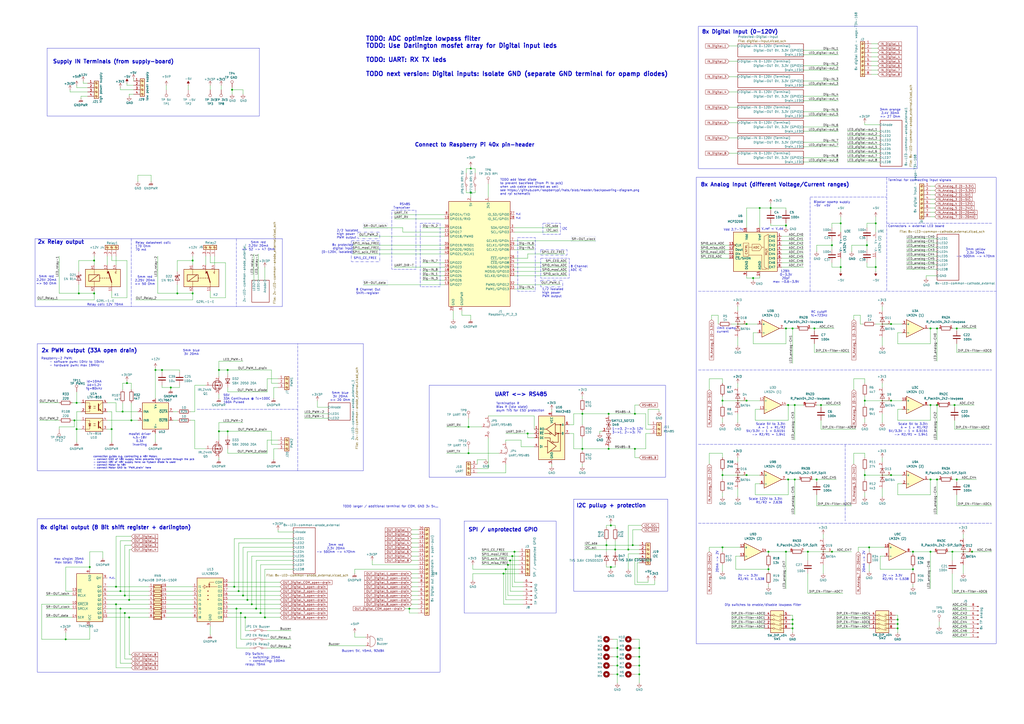
<source format=kicad_sch>
(kicad_sch
	(version 20231120)
	(generator "eeschema")
	(generator_version "8.0")
	(uuid "af4d11a6-73e1-4c39-a25e-5fe7dfa07237")
	(paper "A2")
	
	(junction
		(at 140.97 345.44)
		(diameter 0)
		(color 0 0 0 0)
		(uuid "01a8e618-7e14-4882-9136-a12536116a47")
	)
	(junction
		(at 237.49 353.06)
		(diameter 0)
		(color 0 0 0 0)
		(uuid "01c225b5-cd2c-42cd-9a9e-dd1eb69e7a46")
	)
	(junction
		(at 294.64 327.66)
		(diameter 0)
		(color 0 0 0 0)
		(uuid "05305efd-1dbd-4d1b-9814-028567a7094e")
	)
	(junction
		(at 137.16 353.06)
		(diameter 0)
		(color 0 0 0 0)
		(uuid "05eca1c0-0042-44d8-82a8-b1f48175c33d")
	)
	(junction
		(at 368.3 260.35)
		(diameter 0)
		(color 0 0 0 0)
		(uuid "06f335d7-63de-4572-a20a-022b6c7f93c9")
	)
	(junction
		(at 364.49 318.77)
		(diameter 0)
		(color 0 0 0 0)
		(uuid "072c8fc6-89d0-4715-8ea4-dd9134761f17")
	)
	(junction
		(at 351.79 316.23)
		(diameter 0)
		(color 0 0 0 0)
		(uuid "07823899-5798-4592-8eff-8b1fe5858f30")
	)
	(junction
		(at 358.14 381)
		(diameter 0)
		(color 0 0 0 0)
		(uuid "08257806-6a62-48e1-afe8-11841934bc89")
	)
	(junction
		(at 71.12 238.76)
		(diameter 0)
		(color 0 0 0 0)
		(uuid "0eedc99b-ff42-4961-8286-6066dee5c8fe")
	)
	(junction
		(at 508 129.54)
		(diameter 0)
		(color 0 0 0 0)
		(uuid "0f3fa599-affa-44c6-8b85-24ce12db14ea")
	)
	(junction
		(at 67.31 340.36)
		(diameter 0)
		(color 0 0 0 0)
		(uuid "10026633-9ac7-4b72-aa53-10151f42da81")
	)
	(junction
		(at 64.77 248.92)
		(diameter 0)
		(color 0 0 0 0)
		(uuid "11580b8b-6675-41d3-b33d-e1ed958eda93")
	)
	(junction
		(at 153.67 358.14)
		(diameter 0)
		(color 0 0 0 0)
		(uuid "119c3b35-4b9f-4318-9220-02559deba15e")
	)
	(junction
		(at 73.66 222.25)
		(diameter 0)
		(color 0 0 0 0)
		(uuid "14ee932b-b4bf-415b-ab21-01e0b930417b")
	)
	(junction
		(at 516.89 232.41)
		(diameter 0)
		(color 0 0 0 0)
		(uuid "14fcd33f-6a27-4b5c-bd8a-16602ae94ce3")
	)
	(junction
		(at 353.06 240.03)
		(diameter 0)
		(color 0 0 0 0)
		(uuid "1827b75e-5515-4844-a399-117e6918fd73")
	)
	(junction
		(at 354.33 328.93)
		(diameter 0)
		(color 0 0 0 0)
		(uuid "1c476741-4a7f-44e7-a84a-5b0fc50d1df8")
	)
	(junction
		(at 487.68 154.94)
		(diameter 0)
		(color 0 0 0 0)
		(uuid "1f83392c-f6f4-4c47-92c7-6541609902a5")
	)
	(junction
		(at 508 154.94)
		(diameter 0)
		(color 0 0 0 0)
		(uuid "1ff1815a-ddb0-4907-bed1-18b8fe5665e3")
	)
	(junction
		(at 461.01 234.95)
		(diameter 0)
		(color 0 0 0 0)
		(uuid "209182a8-b4b9-40cd-b5b2-bd90b860e927")
	)
	(junction
		(at 54.61 151.13)
		(diameter 0)
		(color 0 0 0 0)
		(uuid "213f96fc-26d9-4cf1-83bd-f4336ef00b81")
	)
	(junction
		(at 102.87 170.18)
		(diameter 0)
		(color 0 0 0 0)
		(uuid "236f3f4e-76e9-4351-baf1-7665cdb427aa")
	)
	(junction
		(at 146.05 350.52)
		(diameter 0)
		(color 0 0 0 0)
		(uuid "24719f92-8210-4aa7-b4fb-885fcf560860")
	)
	(junction
		(at 127 214.63)
		(diameter 0)
		(color 0 0 0 0)
		(uuid "2a544a35-89e9-4403-a76e-deca404b0df4")
	)
	(junction
		(at 337.82 240.03)
		(diameter 0)
		(color 0 0 0 0)
		(uuid "2d47b40e-d23f-458b-8bda-f40f4a63d16c")
	)
	(junction
		(at 461.01 278.13)
		(diameter 0)
		(color 0 0 0 0)
		(uuid "2ec783c1-8b84-46a4-83e0-9e6bdd9d83e1")
	)
	(junction
		(at 419.1 275.59)
		(diameter 0)
		(color 0 0 0 0)
		(uuid "2f3e2706-66a2-4ddc-84d7-d0f87e408bee")
	)
	(junction
		(at 358.14 391.16)
		(diameter 0)
		(color 0 0 0 0)
		(uuid "30eb7102-40a1-423f-af53-d597c277def6")
	)
	(junction
		(at 433.07 187.96)
		(diameter 0)
		(color 0 0 0 0)
		(uuid "322a1d28-d972-4b68-a81b-9e541f249074")
	)
	(junction
		(at 539.75 234.95)
		(diameter 0)
		(color 0 0 0 0)
		(uuid "3ae78f7f-94a6-4485-a6b5-d7ce73e1abef")
	)
	(junction
		(at 516.89 187.96)
		(diameter 0)
		(color 0 0 0 0)
		(uuid "3b4b0fd5-c991-4a1b-b89c-c6b2bfe001ca")
	)
	(junction
		(at 44.45 233.68)
		(diameter 0)
		(color 0 0 0 0)
		(uuid "3c610d6d-cd11-4e18-9d10-ffa22d04497a")
	)
	(junction
		(at 52.07 328.93)
		(diameter 0)
		(color 0 0 0 0)
		(uuid "3c754c5e-b249-46c4-9d05-9f550316aca5")
	)
	(junction
		(at 273.05 111.76)
		(diameter 0)
		(color 0 0 0 0)
		(uuid "401df33a-bfc8-4102-a832-13b9d72f27f9")
	)
	(junction
		(at 447.04 120.65)
		(diameter 0)
		(color 0 0 0 0)
		(uuid "42f8f2a2-d4f1-4f85-a7f3-af76fd15f334")
	)
	(junction
		(at 539.75 190.5)
		(diameter 0)
		(color 0 0 0 0)
		(uuid "4c28afa4-cb18-4457-bfd3-5c53dabd8baa")
	)
	(junction
		(at 67.31 350.52)
		(diameter 0)
		(color 0 0 0 0)
		(uuid "4dd49bce-72c0-4885-aaa1-4fc2ceee5ed9")
	)
	(junction
		(at 293.37 330.2)
		(diameter 0)
		(color 0 0 0 0)
		(uuid "4e253152-ce51-433a-bba8-8c16e7a62d28")
	)
	(junction
		(at 436.88 161.29)
		(diameter 0)
		(color 0 0 0 0)
		(uuid "4e57230f-aabe-47d0-b863-f2adc3d1ffe4")
	)
	(junction
		(at 554.99 278.13)
		(diameter 0)
		(color 0 0 0 0)
		(uuid "5350fbf4-d95b-437a-9686-20f0bf58d3a4")
	)
	(junction
		(at 356.87 318.77)
		(diameter 0)
		(color 0 0 0 0)
		(uuid "53d66afe-70cb-456e-9b1b-03e37a30427c")
	)
	(junction
		(at 539.75 278.13)
		(diameter 0)
		(color 0 0 0 0)
		(uuid "5453c15f-3da7-498f-b4d4-eefd4a32800e")
	)
	(junction
		(at 482.6 142.24)
		(diameter 0)
		(color 0 0 0 0)
		(uuid "55a82554-799d-4bb3-8181-718182c3900f")
	)
	(junction
		(at 501.65 232.41)
		(diameter 0)
		(color 0 0 0 0)
		(uuid "57a339c8-b411-45ff-a169-a3416d23d890")
	)
	(junction
		(at 111.76 170.18)
		(diameter 0)
		(color 0 0 0 0)
		(uuid "58641e9a-dfea-4a17-a599-d3f20704b922")
	)
	(junction
		(at 370.84 386.08)
		(diameter 0)
		(color 0 0 0 0)
		(uuid "58dccc51-9004-41fb-ad0d-5592fc6a349d")
	)
	(junction
		(at 539.75 320.04)
		(diameter 0)
		(color 0 0 0 0)
		(uuid "5ebeab69-b597-43d2-ab3a-c72fec21131d")
	)
	(junction
		(at 504.19 317.5)
		(diameter 0)
		(color 0 0 0 0)
		(uuid "5fbe9979-8f7b-4932-9184-a4d03c15d4fe")
	)
	(junction
		(at 476.25 234.95)
		(diameter 0)
		(color 0 0 0 0)
		(uuid "5fd46808-879e-44b8-af18-96d3e87ab16f")
	)
	(junction
		(at 354.33 304.8)
		(diameter 0)
		(color 0 0 0 0)
		(uuid "60649139-4bdd-472e-9af5-360b27505cfe")
	)
	(junction
		(at 370.84 391.16)
		(diameter 0)
		(color 0 0 0 0)
		(uuid "60a6d836-72d0-4313-9d09-432095eb272f")
	)
	(junction
		(at 295.91 325.12)
		(diameter 0)
		(color 0 0 0 0)
		(uuid "64cc4205-6b81-48b6-affd-d8656f4e6bce")
	)
	(junction
		(at 529.59 320.04)
		(diameter 0)
		(color 0 0 0 0)
		(uuid "67352b46-f9e5-4f25-b773-3d42ff5e5699")
	)
	(junction
		(at 419.1 317.5)
		(diameter 0)
		(color 0 0 0 0)
		(uuid "6e2b59ba-643e-42d5-abe7-fae3afd30e18")
	)
	(junction
		(at 90.17 214.63)
		(diameter 0)
		(color 0 0 0 0)
		(uuid "6f8dae14-e5bb-4ed3-8136-992dd6b276bb")
	)
	(junction
		(at 440.69 120.65)
		(diameter 0)
		(color 0 0 0 0)
		(uuid "71c80c36-cea0-487c-bcb3-ac90e6cf6909")
	)
	(junction
		(at 501.65 275.59)
		(diameter 0)
		(color 0 0 0 0)
		(uuid "72cd6455-fb65-4b52-8421-80100f0ddc8f")
	)
	(junction
		(at 69.85 342.9)
		(diameter 0)
		(color 0 0 0 0)
		(uuid "751fb691-f4d4-4afb-8c99-237d44216e6a")
	)
	(junction
		(at 143.51 347.98)
		(diameter 0)
		(color 0 0 0 0)
		(uuid "75331210-328d-4b01-a051-ab734c1e4329")
	)
	(junction
		(at 455.93 130.81)
		(diameter 0)
		(color 0 0 0 0)
		(uuid "7b6a19d9-d84c-4ace-9ad2-e52657e5669a")
	)
	(junction
		(at 543.56 190.5)
		(diameter 0)
		(color 0 0 0 0)
		(uuid "7c4690e7-c7bf-4226-a178-dc9e53dc51ed")
	)
	(junction
		(at 445.77 320.04)
		(diameter 0)
		(color 0 0 0 0)
		(uuid "7eee6ae0-e862-4cf5-a20a-077da3b5824a")
	)
	(junction
		(at 358.14 375.92)
		(diameter 0)
		(color 0 0 0 0)
		(uuid "8445ba9c-2e95-4eb0-ba3f-795d556ef72f")
	)
	(junction
		(at 38.1 370.84)
		(diameter 0)
		(color 0 0 0 0)
		(uuid "84b82d7c-5f92-4073-bceb-03310c6207ac")
	)
	(junction
		(at 472.44 190.5)
		(diameter 0)
		(color 0 0 0 0)
		(uuid "85be4b5b-1dd3-4429-a51f-714f415e4cb3")
	)
	(junction
		(at 516.89 275.59)
		(diameter 0)
		(color 0 0 0 0)
		(uuid "86f80d78-9680-4044-9ea8-382a544e1180")
	)
	(junction
		(at 306.07 251.46)
		(diameter 0)
		(color 0 0 0 0)
		(uuid "8ba0df70-00b9-477d-a1d9-09e132e0196c")
	)
	(junction
		(at 502.92 142.24)
		(diameter 0)
		(color 0 0 0 0)
		(uuid "8e2b91a7-a806-46dd-8017-558f66a7d5aa")
	)
	(junction
		(at 93.98 214.63)
		(diameter 0)
		(color 0 0 0 0)
		(uuid "900094c6-ad82-42ce-b9e4-bbff1fbd4f7d")
	)
	(junction
		(at 370.84 375.92)
		(diameter 0)
		(color 0 0 0 0)
		(uuid "92b51d51-f5fb-410e-bbe5-38b96764124c")
	)
	(junction
		(at 271.78 262.89)
		(diameter 0)
		(color 0 0 0 0)
		(uuid "98441d78-d77f-486a-92ea-3668d01ee127")
	)
	(junction
		(at 543.56 234.95)
		(diameter 0)
		(color 0 0 0 0)
		(uuid "9857da2e-fa86-4979-a30f-81191067da5a")
	)
	(junction
		(at 292.1 332.74)
		(diameter 0)
		(color 0 0 0 0)
		(uuid "9867b519-f5bd-4ee4-8781-727026525927")
	)
	(junction
		(at 459.74 359.41)
		(diameter 0)
		(color 0 0 0 0)
		(uuid "98c11e17-da75-489b-919d-abd5b90d75d6")
	)
	(junction
		(at 520.7 364.49)
		(diameter 0)
		(color 0 0 0 0)
		(uuid "9905ae76-43d5-46fd-ab04-63b3bd0b1c1a")
	)
	(junction
		(at 529.59 330.2)
		(diameter 0)
		(color 0 0 0 0)
		(uuid "9f9cd4a1-53b7-4b90-939d-1f42f0144daf")
	)
	(junction
		(at 72.39 345.44)
		(diameter 0)
		(color 0 0 0 0)
		(uuid "a02a0c35-7237-4690-930d-ae7d81a03d46")
	)
	(junction
		(at 433.07 275.59)
		(diameter 0)
		(color 0 0 0 0)
		(uuid "a0fb1850-0f46-4c36-b798-547b535c42df")
	)
	(junction
		(at 44.45 248.92)
		(diameter 0)
		(color 0 0 0 0)
		(uuid "a156600e-b17b-40ee-9338-2875dd6af119")
	)
	(junction
		(at 459.74 364.49)
		(diameter 0)
		(color 0 0 0 0)
		(uuid "a2aaf358-b70a-40ed-8891-c2b838783341")
	)
	(junction
		(at 543.56 278.13)
		(diameter 0)
		(color 0 0 0 0)
		(uuid "a647ae42-673a-4b30-ba91-f5c0de2d1fb1")
	)
	(junction
		(at 419.1 232.41)
		(diameter 0)
		(color 0 0 0 0)
		(uuid "a8916f2a-3760-4408-a711-e8008e50a42d")
	)
	(junction
		(at 473.71 278.13)
		(diameter 0)
		(color 0 0 0 0)
		(uuid "a8b20a5e-2fbe-4704-8e22-2faf27846df8")
	)
	(junction
		(at 553.72 234.95)
		(diameter 0)
		(color 0 0 0 0)
		(uuid "aad29792-d123-4844-9da8-1df2be24a9d5")
	)
	(junction
		(at 45.72 170.18)
		(diameter 0)
		(color 0 0 0 0)
		(uuid "ac1970be-fc9a-493a-b832-4f526b5d8a6f")
	)
	(junction
		(at 367.03 316.23)
		(diameter 0)
		(color 0 0 0 0)
		(uuid "ac4ac232-9a0f-4efe-bd40-aa7c1fcbaeed")
	)
	(junction
		(at 142.24 358.14)
		(diameter 0)
		(color 0 0 0 0)
		(uuid "b03b65c9-d63a-4b4e-b4bc-bfd5bb85047b")
	)
	(junction
		(at 134.62 52.07)
		(diameter 0)
		(color 0 0 0 0)
		(uuid "b1b4e282-b41e-4806-9700-a7c6fbc133b2")
	)
	(junction
		(at 138.43 342.9)
		(diameter 0)
		(color 0 0 0 0)
		(uuid "b2e04b3a-0203-4e9b-b5fb-44711c9651f5")
	)
	(junction
		(at 99.06 224.79)
		(diameter 0)
		(color 0 0 0 0)
		(uuid "b650fb0f-f91e-4bab-945c-20253961cf93")
	)
	(junction
		(at 368.3 240.03)
		(diameter 0)
		(color 0 0 0 0)
		(uuid "b75f83a7-ff43-422c-8aef-b23c65dc9f58")
	)
	(junction
		(at 433.07 232.41)
		(diameter 0)
		(color 0 0 0 0)
		(uuid "b8cbbf2c-6947-4c47-a76a-df98369a49e2")
	)
	(junction
		(at 445.77 330.2)
		(diameter 0)
		(color 0 0 0 0)
		(uuid "bc0e8895-a168-4b32-a3ae-032222041331")
	)
	(junction
		(at 273.05 97.79)
		(diameter 0)
		(color 0 0 0 0)
		(uuid "c141ea30-0a7b-45f8-a452-2c0244bcf9aa")
	)
	(junction
		(at 111.76 151.13)
		(diameter 0)
		(color 0 0 0 0)
		(uuid "c25e2208-2d4a-4a5d-b1b6-520bc7405c20")
	)
	(junction
		(at 72.39 355.6)
		(diameter 0)
		(color 0 0 0 0)
		(uuid "c2a7d60c-8406-4629-9f9f-20facc991908")
	)
	(junction
		(at 127 250.19)
		(diameter 0)
		(color 0 0 0 0)
		(uuid "c583ebaa-dbb1-42bf-9503-cd46d9d9c934")
	)
	(junction
		(at 468.63 320.04)
		(diameter 0)
		(color 0 0 0 0)
		(uuid "c6fd9455-a40f-495c-b522-dad68ccccb40")
	)
	(junction
		(at 69.85 353.06)
		(diameter 0)
		(color 0 0 0 0)
		(uuid "c7252f51-5593-44ea-9ef0-15644cb2b836")
	)
	(junction
		(at 482.6 320.04)
		(diameter 0)
		(color 0 0 0 0)
		(uuid "c7d2abe6-56ee-45d0-91ba-2bdad49697be")
	)
	(junction
		(at 554.99 190.5)
		(diameter 0)
		(color 0 0 0 0)
		(uuid "c9a1a788-271b-4313-91ac-1eb41a1be2d1")
	)
	(junction
		(at 74.93 347.98)
		(diameter 0)
		(color 0 0 0 0)
		(uuid "ca97fd06-a20b-4255-9402-c6f0775648c9")
	)
	(junction
		(at 563.88 320.04)
		(diameter 0)
		(color 0 0 0 0)
		(uuid "cb011434-a4b0-4556-a812-d331c49ca2c1")
	)
	(junction
		(at 297.18 322.58)
		(diameter 0)
		(color 0 0 0 0)
		(uuid "ccfc0193-cd4b-4bd1-9adb-8688e97bfa23")
	)
	(junction
		(at 151.13 355.6)
		(diameter 0)
		(color 0 0 0 0)
		(uuid "cdb7cae5-fc07-4bbc-8ee6-837fb3913bf1")
	)
	(junction
		(at 455.93 320.04)
		(diameter 0)
		(color 0 0 0 0)
		(uuid "d3002e4b-d3e1-40cc-9b8a-5d2c7334c6dd")
	)
	(junction
		(at 520.7 361.95)
		(diameter 0)
		(color 0 0 0 0)
		(uuid "d3c25f2f-519c-4e8a-bf2d-451e91de8263")
	)
	(junction
		(at 459.74 190.5)
		(diameter 0)
		(color 0 0 0 0)
		(uuid "d5958f52-db39-4d96-9f5c-46cc0e0a9c13")
	)
	(junction
		(at 353.06 260.35)
		(diameter 0)
		(color 0 0 0 0)
		(uuid "d5f0980c-b894-41c8-ad9a-99d84da95533")
	)
	(junction
		(at 132.08 250.19)
		(diameter 0)
		(color 0 0 0 0)
		(uuid "d7f6abff-a394-48b0-8295-d13e407a04cb")
	)
	(junction
		(at 487.68 129.54)
		(diameter 0)
		(color 0 0 0 0)
		(uuid "d8d7fb1f-bb4d-4c93-8aa7-905c20aefd85")
	)
	(junction
		(at 358.14 386.08)
		(diameter 0)
		(color 0 0 0 0)
		(uuid "d8d95aad-526c-4d3e-9a9b-fefcb78efcaa")
	)
	(junction
		(at 552.45 320.04)
		(diameter 0)
		(color 0 0 0 0)
		(uuid "dd672ca4-9aed-4510-a18a-eaf4c4b1b5b2")
	)
	(junction
		(at 298.45 320.04)
		(diameter 0)
		(color 0 0 0 0)
		(uuid "dd9c1b13-9084-449b-9bee-5e037521464a")
	)
	(junction
		(at 520.7 359.41)
		(diameter 0)
		(color 0 0 0 0)
		(uuid "df62cb63-19fa-46f2-9a5a-93a304b5a69d")
	)
	(junction
		(at 271.78 247.65)
		(diameter 0)
		(color 0 0 0 0)
		(uuid "df678c17-c7d1-407d-803a-c886081558ed")
	)
	(junction
		(at 457.2 234.95)
		(diameter 0)
		(color 0 0 0 0)
		(uuid "e06e2f01-d838-48f6-8efa-7e05b926ca29")
	)
	(junction
		(at 54.61 170.18)
		(diameter 0)
		(color 0 0 0 0)
		(uuid "e0fcc60c-adef-4503-b67d-31eec596d694")
	)
	(junction
		(at 148.59 353.06)
		(diameter 0)
		(color 0 0 0 0)
		(uuid "e3108376-7dad-4cc8-8861-63d384004879")
	)
	(junction
		(at 76.2 243.84)
		(diameter 0)
		(color 0 0 0 0)
		(uuid "e5b099e1-f557-4448-b3d0-b283fc211558")
	)
	(junction
		(at 135.89 340.36)
		(diameter 0)
		(color 0 0 0 0)
		(uuid "e5bd5461-5bb2-4b08-87c8-6e463ef8db0a")
	)
	(junction
		(at 132.08 214.63)
		(diameter 0)
		(color 0 0 0 0)
		(uuid "e8615103-e90c-4f75-b440-b8fad443ff1e")
	)
	(junction
		(at 43.18 243.84)
		(diameter 0)
		(color 0 0 0 0)
		(uuid "e888c988-fb5e-4161-b771-d1f510c9d0b9")
	)
	(junction
		(at 337.82 260.35)
		(diameter 0)
		(color 0 0 0 0)
		(uuid "ed02a82a-9a4c-446b-b18a-c2e77fed11fa")
	)
	(junction
		(at 457.2 278.13)
		(diameter 0)
		(color 0 0 0 0)
		(uuid "ef6c709f-f6a8-4332-b336-2fc745163133")
	)
	(junction
		(at 459.74 361.95)
		(diameter 0)
		(color 0 0 0 0)
		(uuid "f4dadaf2-7795-4ea6-a683-80336635a387")
	)
	(junction
		(at 370.84 381)
		(diameter 0)
		(color 0 0 0 0)
		(uuid "f8e84513-ffe1-4837-b530-90ecbd0bf285")
	)
	(junction
		(at 139.7 355.6)
		(diameter 0)
		(color 0 0 0 0)
		(uuid "fae7fc45-5150-4de6-9de8-a36ec31aa312")
	)
	(junction
		(at 455.93 190.5)
		(diameter 0)
		(color 0 0 0 0)
		(uuid "fbce1fdb-db5b-4f19-bbb5-0a9c27bcbc89")
	)
	(junction
		(at 74.93 358.14)
		(diameter 0)
		(color 0 0 0 0)
		(uuid "fcfc1728-3653-4623-b7b5-a4e4cd6811ba")
	)
	(wire
		(pts
			(xy 455.93 129.54) (xy 455.93 130.81)
		)
		(stroke
			(width 0)
			(type default)
		)
		(uuid "0054231e-6c1c-4b62-a261-da803b448710")
	)
	(wire
		(pts
			(xy 491.49 78.74) (xy 510.54 78.74)
		)
		(stroke
			(width 0)
			(type default)
		)
		(uuid "0059a5bd-5d4e-41f1-b8bf-105e91bea211")
	)
	(wire
		(pts
			(xy 496.57 248.92) (xy 476.25 248.92)
		)
		(stroke
			(width 0)
			(type default)
		)
		(uuid "007352d0-4393-4d19-8efc-d51e28cb77e4")
	)
	(wire
		(pts
			(xy 238.76 320.04) (xy 242.57 320.04)
		)
		(stroke
			(width 0)
			(type default)
		)
		(uuid "00818073-0ff6-4df9-84ad-d009831f149e")
	)
	(wire
		(pts
			(xy 62.23 243.84) (xy 76.2 243.84)
		)
		(stroke
			(width 0)
			(type default)
		)
		(uuid "00912cef-7458-4250-9601-851325c17234")
	)
	(wire
		(pts
			(xy 62.23 233.68) (xy 67.31 233.68)
		)
		(stroke
			(width 0)
			(type default)
		)
		(uuid "00e44004-c513-4de5-a722-c1ec9c261caa")
	)
	(wire
		(pts
			(xy 419.1 327.66) (xy 419.1 331.47)
		)
		(stroke
			(width 0)
			(type default)
		)
		(uuid "00ef2f56-37bd-4ed0-aeb9-aa019bd24e2f")
	)
	(wire
		(pts
			(xy 139.7 370.84) (xy 139.7 355.6)
		)
		(stroke
			(width 0)
			(type default)
		)
		(uuid "00fdba94-28e0-4b7e-a3f6-8468a273182f")
	)
	(wire
		(pts
			(xy 553.72 234.95) (xy 553.72 236.22)
		)
		(stroke
			(width 0)
			(type default)
		)
		(uuid "01a5f7f5-381b-4726-8886-b420b25ccedd")
	)
	(wire
		(pts
			(xy 132.08 353.06) (xy 137.16 353.06)
		)
		(stroke
			(width 0)
			(type default)
		)
		(uuid "01f70877-5d35-4473-8154-b32633fb4439")
	)
	(wire
		(pts
			(xy 90.17 214.63) (xy 93.98 214.63)
		)
		(stroke
			(width 0)
			(type default)
		)
		(uuid "02432959-10b0-4f2a-af2d-7311d5fec00d")
	)
	(wire
		(pts
			(xy 486.41 31.75) (xy 466.09 31.75)
		)
		(stroke
			(width 0)
			(type default)
		)
		(uuid "025ad35c-64b0-47a8-a900-f118fd03ec35")
	)
	(wire
		(pts
			(xy 270.51 111.76) (xy 273.05 111.76)
		)
		(stroke
			(width 0)
			(type default)
		)
		(uuid "02629f80-2850-40af-b117-d301cbd2e1ca")
	)
	(wire
		(pts
			(xy 274.32 330.2) (xy 293.37 330.2)
		)
		(stroke
			(width 0)
			(type default)
		)
		(uuid "02a344d2-8b47-43f6-b628-b060a6ff1a34")
	)
	(wire
		(pts
			(xy 537.21 160.02) (xy 543.56 160.02)
		)
		(stroke
			(width 0)
			(type default)
		)
		(uuid "02ca2bcb-dc3d-41b8-b3bb-d6980a38a62d")
	)
	(wire
		(pts
			(xy 52.07 330.2) (xy 52.07 328.93)
		)
		(stroke
			(width 0)
			(type default)
		)
		(uuid "02caf3da-4dfe-464a-bed0-55c975aa32ca")
	)
	(wire
		(pts
			(xy 487.68 125.73) (xy 487.68 129.54)
		)
		(stroke
			(width 0)
			(type default)
		)
		(uuid "02dea10a-f229-486d-876a-a071096eeead")
	)
	(wire
		(pts
			(xy 245.11 152.4) (xy 257.81 152.4)
		)
		(stroke
			(width 0)
			(type default)
		)
		(uuid "02f927d2-46f0-4067-bb2c-7b5ed625f8eb")
	)
	(wire
		(pts
			(xy 157.48 250.19) (xy 157.48 257.81)
		)
		(stroke
			(width 0)
			(type default)
		)
		(uuid "030da04f-bb6a-49d5-a07a-b1ac13ef0d2c")
	)
	(wire
		(pts
			(xy 516.89 275.59) (xy 523.24 275.59)
		)
		(stroke
			(width 0)
			(type default)
		)
		(uuid "0402a363-6ddc-4245-b79d-651ce5e2b849")
	)
	(wire
		(pts
			(xy 457.2 234.95) (xy 461.01 234.95)
		)
		(stroke
			(width 0)
			(type default)
		)
		(uuid "04304b2e-0c68-4a14-bbe0-0e23cac30e94")
	)
	(wire
		(pts
			(xy 176.53 242.57) (xy 190.5 242.57)
		)
		(stroke
			(width 0)
			(type default)
		)
		(uuid "0441f777-da59-4d51-9ce1-7f52d2030a3b")
	)
	(wire
		(pts
			(xy 351.79 306.07) (xy 351.79 304.8)
		)
		(stroke
			(width 0)
			(type default)
		)
		(uuid "0445f1c5-cbd7-41f2-81d5-6122602375c6")
	)
	(wire
		(pts
			(xy 563.88 320.04) (xy 575.31 320.04)
		)
		(stroke
			(width 0)
			(type default)
		)
		(uuid "044788d0-021d-486d-a9d3-fdae59027b7a")
	)
	(polyline
		(pts
			(xy 114.3 237.49) (xy 172.72 237.49)
		)
		(stroke
			(width 0)
			(type dash)
		)
		(uuid "0562829c-78ed-418e-bf83-3ad41711062d")
	)
	(wire
		(pts
			(xy 73.66 151.13) (xy 73.66 172.72)
		)
		(stroke
			(width 0)
			(type default)
		)
		(uuid "05769be8-6486-49a6-96aa-282d535c7d39")
	)
	(wire
		(pts
			(xy 433.07 132.08) (xy 433.07 120.65)
		)
		(stroke
			(width 0)
			(type default)
		)
		(uuid "05c7cccb-cca5-4623-97c8-040d9b4df307")
	)
	(wire
		(pts
			(xy 67.31 340.36) (xy 86.36 340.36)
		)
		(stroke
			(width 0)
			(type default)
		)
		(uuid "060a1e46-185f-46d5-bb25-4b502bfab042")
	)
	(wire
		(pts
			(xy 453.39 137.16) (xy 466.09 137.16)
		)
		(stroke
			(width 0)
			(type default)
		)
		(uuid "068083fa-fce7-43b5-8463-4f98840e7a26")
	)
	(wire
		(pts
			(xy 73.66 172.72) (xy 64.77 172.72)
		)
		(stroke
			(width 0)
			(type default)
		)
		(uuid "06a1b25e-5913-4cbd-a6dc-df54f02c3062")
	)
	(wire
		(pts
			(xy 76.2 313.69) (xy 69.85 313.69)
		)
		(stroke
			(width 0)
			(type default)
		)
		(uuid "0768423a-ac1c-4f99-9532-7ef87789f549")
	)
	(wire
		(pts
			(xy 96.52 342.9) (xy 111.76 342.9)
		)
		(stroke
			(width 0)
			(type default)
		)
		(uuid "07df2798-ce49-4d2e-88d1-304e7370129e")
	)
	(wire
		(pts
			(xy 273.05 182.88) (xy 273.05 185.42)
		)
		(stroke
			(width 0)
			(type default)
		)
		(uuid "07f79494-8767-4e73-b134-542e489a4daa")
	)
	(wire
		(pts
			(xy 511.81 265.43) (xy 511.81 267.97)
		)
		(stroke
			(width 0)
			(type default)
		)
		(uuid "086ffce1-bece-47de-afff-a5272daa684c")
	)
	(wire
		(pts
			(xy 543.56 278.13) (xy 544.83 278.13)
		)
		(stroke
			(width 0)
			(type default)
		)
		(uuid "08d4afc6-7a52-4c48-90ea-de03339f3fec")
	)
	(wire
		(pts
			(xy 438.15 280.67) (xy 438.15 287.02)
		)
		(stroke
			(width 0)
			(type default)
		)
		(uuid "08da2754-5954-4cc6-88b7-c43418808a5f")
	)
	(wire
		(pts
			(xy 238.76 332.74) (xy 242.57 332.74)
		)
		(stroke
			(width 0)
			(type default)
		)
		(uuid "09105bff-0442-453e-b260-c98527da345d")
	)
	(wire
		(pts
			(xy 453.39 139.7) (xy 466.09 139.7)
		)
		(stroke
			(width 0)
			(type default)
		)
		(uuid "0932f8bf-1781-41f0-8075-3b7e84ddb5c7")
	)
	(wire
		(pts
			(xy 64.77 248.92) (xy 64.77 238.76)
		)
		(stroke
			(width 0)
			(type default)
		)
		(uuid "09c9e21f-8206-47ae-a9c8-c044bfbcae4a")
	)
	(wire
		(pts
			(xy 501.65 273.05) (xy 501.65 275.59)
		)
		(stroke
			(width 0)
			(type default)
		)
		(uuid "09d9a41a-af3c-4a91-ad4d-2c3b79cf9ec7")
	)
	(wire
		(pts
			(xy 52.07 363.22) (xy 52.07 370.84)
		)
		(stroke
			(width 0)
			(type default)
		)
		(uuid "0a051774-4cbb-4b66-bf37-8910fac947bb")
	)
	(wire
		(pts
			(xy 62.23 358.14) (xy 74.93 358.14)
		)
		(stroke
			(width 0)
			(type default)
		)
		(uuid "0aa33d96-2e44-4442-b63d-f8ede3d506ac")
	)
	(wire
		(pts
			(xy 375.92 237.49) (xy 375.92 246.38)
		)
		(stroke
			(width 0)
			(type default)
		)
		(uuid "0ac0da6d-7a79-4bb6-aac5-dbd7e02f6a35")
	)
	(wire
		(pts
			(xy 157.48 257.81) (xy 161.29 257.81)
		)
		(stroke
			(width 0)
			(type default)
		)
		(uuid "0af3e3f5-4871-4f0a-9b10-f4cd810203b5")
	)
	(wire
		(pts
			(xy 419.1 262.89) (xy 419.1 265.43)
		)
		(stroke
			(width 0)
			(type default)
		)
		(uuid "0b798a4e-ae38-46ca-9967-253a2656e0f1")
	)
	(wire
		(pts
			(xy 69.85 384.81) (xy 69.85 353.06)
		)
		(stroke
			(width 0)
			(type default)
		)
		(uuid "0d64bcbd-9b4c-4f6e-98d3-beab5b2606b6")
	)
	(wire
		(pts
			(xy 458.47 361.95) (xy 459.74 361.95)
		)
		(stroke
			(width 0)
			(type default)
		)
		(uuid "0ee3f252-7bb8-434b-aa8b-9caf2c52cf77")
	)
	(wire
		(pts
			(xy 501.65 232.41) (xy 501.65 234.95)
		)
		(stroke
			(width 0)
			(type default)
		)
		(uuid "0f4644b6-fa54-41ce-a769-bba1ac182829")
	)
	(wire
		(pts
			(
... [505986 chars truncated]
</source>
